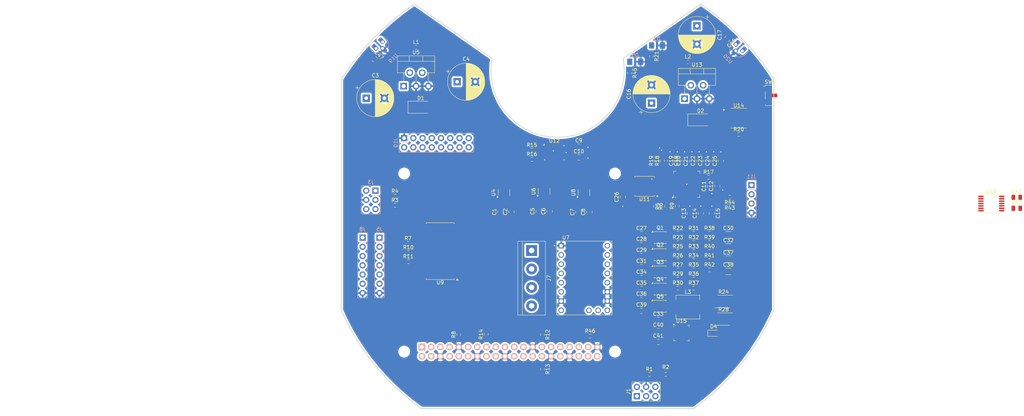
<source format=kicad_pcb>
(kicad_pcb
	(version 20240108)
	(generator "pcbnew")
	(generator_version "8.0")
	(general
		(thickness 1.6)
		(legacy_teardrops no)
	)
	(paper "A4")
	(layers
		(0 "F.Cu" signal)
		(1 "In1.Cu" signal)
		(2 "In2.Cu" signal)
		(31 "B.Cu" signal)
		(32 "B.Adhes" user "B.Adhesive")
		(33 "F.Adhes" user "F.Adhesive")
		(34 "B.Paste" user)
		(35 "F.Paste" user)
		(36 "B.SilkS" user "B.Silkscreen")
		(37 "F.SilkS" user "F.Silkscreen")
		(38 "B.Mask" user)
		(39 "F.Mask" user)
		(40 "Dwgs.User" user "User.Drawings")
		(41 "Cmts.User" user "User.Comments")
		(42 "Eco1.User" user "User.Eco1")
		(43 "Eco2.User" user "User.Eco2")
		(44 "Edge.Cuts" user)
		(45 "Margin" user)
		(46 "B.CrtYd" user "B.Courtyard")
		(47 "F.CrtYd" user "F.Courtyard")
		(48 "B.Fab" user)
		(49 "F.Fab" user)
		(50 "User.1" user)
		(51 "User.2" user)
		(52 "User.3" user)
		(53 "User.4" user)
		(54 "User.5" user)
		(55 "User.6" user)
		(56 "User.7" user)
		(57 "User.8" user)
		(58 "User.9" user)
	)
	(setup
		(stackup
			(layer "F.SilkS"
				(type "Top Silk Screen")
			)
			(layer "F.Paste"
				(type "Top Solder Paste")
			)
			(layer "F.Mask"
				(type "Top Solder Mask")
				(thickness 0.01)
			)
			(layer "F.Cu"
				(type "copper")
				(thickness 0.035)
			)
			(layer "dielectric 1"
				(type "prepreg")
				(thickness 0.1)
				(material "FR4")
				(epsilon_r 4.5)
				(loss_tangent 0.02)
			)
			(layer "In1.Cu"
				(type "copper")
				(thickness 0.035)
			)
			(layer "dielectric 2"
				(type "core")
				(thickness 1.24)
				(material "FR4")
				(epsilon_r 4.5)
				(loss_tangent 0.02)
			)
			(layer "In2.Cu"
				(type "copper")
				(thickness 0.035)
			)
			(layer "dielectric 3"
				(type "prepreg")
				(thickness 0.1)
				(material "FR4")
				(epsilon_r 4.5)
				(loss_tangent 0.02)
			)
			(layer "B.Cu"
				(type "copper")
				(thickness 0.035)
			)
			(layer "B.Mask"
				(type "Bottom Solder Mask")
				(thickness 0.01)
			)
			(layer "B.Paste"
				(type "Bottom Solder Paste")
			)
			(layer "B.SilkS"
				(type "Bottom Silk Screen")
			)
			(copper_finish "None")
			(dielectric_constraints no)
		)
		(pad_to_mask_clearance 0)
		(allow_soldermask_bridges_in_footprints no)
		(pcbplotparams
			(layerselection 0x00010fc_ffffffff)
			(plot_on_all_layers_selection 0x0000000_00000000)
			(disableapertmacros no)
			(usegerberextensions no)
			(usegerberattributes yes)
			(usegerberadvancedattributes yes)
			(creategerberjobfile yes)
			(dashed_line_dash_ratio 12.000000)
			(dashed_line_gap_ratio 3.000000)
			(svgprecision 4)
			(plotframeref no)
			(viasonmask no)
			(mode 1)
			(useauxorigin no)
			(hpglpennumber 1)
			(hpglpenspeed 20)
			(hpglpendiameter 15.000000)
			(pdf_front_fp_property_popups yes)
			(pdf_back_fp_property_popups yes)
			(dxfpolygonmode yes)
			(dxfimperialunits yes)
			(dxfusepcbnewfont yes)
			(psnegative no)
			(psa4output no)
			(plotreference yes)
			(plotvalue yes)
			(plotfptext yes)
			(plotinvisibletext no)
			(sketchpadsonfab no)
			(subtractmaskfromsilk no)
			(outputformat 1)
			(mirror no)
			(drillshape 1)
			(scaleselection 1)
			(outputdirectory "")
		)
	)
	(net 0 "")
	(net 1 "+5V")
	(net 2 "-BATT")
	(net 3 "Net-(M1-+)")
	(net 4 "VBUS")
	(net 5 "Net-(J5-Pin_2)")
	(net 6 "Net-(J8-Pin_2)")
	(net 7 "Net-(U12-CAP)")
	(net 8 "+3.3V")
	(net 9 "Net-(C11-Pad2)")
	(net 10 "Net-(U10-XIN)")
	(net 11 "Net-(U10-VREG_VOUT)")
	(net 12 "Net-(D1-K)")
	(net 13 "Net-(D2-K)")
	(net 14 "Bumper-F-R")
	(net 15 "US-Dist-Echo-Front")
	(net 16 "US-Dist-Trig-Front")
	(net 17 "Bumper-F-L")
	(net 18 "Bumper-B-R")
	(net 19 "US-Dist-Echo-Back")
	(net 20 "US-Dist-Trig-Back")
	(net 21 "Bumper-B-L")
	(net 22 "BottleDoor-UserButton-1")
	(net 23 "BottleDoor-Contact-1")
	(net 24 "BottleDoor-User-LED-1")
	(net 25 "BottleDoor-ServoPWM-1")
	(net 26 "Net-(J7-Pin_3)")
	(net 27 "Net-(J7-Pin_4)")
	(net 28 "Net-(J7-Pin_2)")
	(net 29 "Net-(J7-Pin_1)")
	(net 30 "BottleDoor-UserButton-2")
	(net 31 "BottleDoor-Contact-2")
	(net 32 "BottleDoor-User-LED-2")
	(net 33 "BottleDoor-ServoPWM-2")
	(net 34 "Net-(Q1-G)")
	(net 35 "Net-(Q2-D)")
	(net 36 "unconnected-(J10-Pin_9-Pad9)")
	(net 37 "Net-(U15-ACN)")
	(net 38 "unconnected-(J10-Pin_3-Pad3)")
	(net 39 "unconnected-(J10-Pin_8-Pad8)")
	(net 40 "unconnected-(J10-Pin_10-Pad10)")
	(net 41 "ChargeArm-PowerSwitch")
	(net 42 "unconnected-(U4-~{FLG}-Pad3)")
	(net 43 "unconnected-(U4-GND-Pad2)")
	(net 44 "unconnected-(U6-GND-Pad2)")
	(net 45 "BottleDoor-PowerSwitch-1")
	(net 46 "unconnected-(U6-~{FLG}-Pad3)")
	(net 47 "unconnected-(U8-GND-Pad2)")
	(net 48 "BottleDoor-PowerSwitch-2")
	(net 49 "unconnected-(U8-~{FLG}-Pad3)")
	(net 50 "unconnected-(U9-IO0_3-Pad7)")
	(net 51 "I2C-SCL")
	(net 52 "unconnected-(U9-IO1_0-Pad13)")
	(net 53 "Net-(U15-ACP)")
	(net 54 "unconnected-(U9-IO0_6-Pad10)")
	(net 55 "Net-(U1-GPIO22{slash}SDIO_CLK)")
	(net 56 "unconnected-(U9-IO0_7-Pad11)")
	(net 57 "Net-(U15-VCC)")
	(net 58 "I2C-SDA")
	(net 59 "Net-(Q3-D)")
	(net 60 "unconnected-(U10-GPIO22-Pad34)")
	(net 61 "Net-(U10-XOUT)")
	(net 62 "unconnected-(U10-GPIO18-Pad29)")
	(net 63 "unconnected-(U10-GPIO28_ADC2-Pad40)")
	(net 64 "Motor-SpreadChop")
	(net 65 "Net-(Q3-G)")
	(net 66 "TrackMagnetDetect1")
	(net 67 "Net-(U10-QSPI_SS)")
	(net 68 "TrackMagnetDetect2")
	(net 69 "Motor-EN")
	(net 70 "Net-(U10-USB_DM)")
	(net 71 "Net-(D4-A)")
	(net 72 "Motor-DIAG")
	(net 73 "unconnected-(U10-GPIO13-Pad16)")
	(net 74 "unconnected-(U10-GPIO17-Pad28)")
	(net 75 "unconnected-(U10-GPIO20-Pad31)")
	(net 76 "Net-(U10-QSPI_SD0)")
	(net 77 "unconnected-(U10-GPIO23-Pad35)")
	(net 78 "MotionC-RST")
	(net 79 "Net-(U10-QSPI_SD2)")
	(net 80 "Motor-1Wire-UART")
	(net 81 "unconnected-(U10-GPIO24-Pad36)")
	(net 82 "Net-(U10-QSPI_SD3)")
	(net 83 "Net-(U10-GPIO0)")
	(net 84 "Net-(U10-QSPI_SD1)")
	(net 85 "unconnected-(U10-GPIO19-Pad30)")
	(net 86 "Net-(U10-QSPI_SCLK)")
	(net 87 "Motor-Dir")
	(net 88 "Motor-IDX")
	(net 89 "Net-(U10-USB_DP)")
	(net 90 "unconnected-(U10-GPIO21-Pad32)")
	(net 91 "unconnected-(U10-SWCLK-Pad24)")
	(net 92 "Net-(D4-K)")
	(net 93 "unconnected-(U10-GPIO16-Pad27)")
	(net 94 "unconnected-(U10-SWD-Pad25)")
	(net 95 "Motor-Step")
	(net 96 "unconnected-(U10-GPIO29_ADC3-Pad41)")
	(net 97 "DrivePermission")
	(net 98 "Net-(Q5-D)")
	(net 99 "unconnected-(U12-PIN15-Pad15)")
	(net 100 "unconnected-(U12-PIN22-Pad22)")
	(net 101 "unconnected-(U12-PIN24-Pad24)")
	(net 102 "unconnected-(U12-BL_IND-Pad10)")
	(net 103 "unconnected-(U12-XIN32-Pad27)")
	(net 104 "Net-(U12-~{BOOT_LOAD_PIN})")
	(net 105 "unconnected-(U12-PIN23-Pad23)")
	(net 106 "Net-(U12-~{RESET})")
	(net 107 "unconnected-(U12-PIN12-Pad12)")
	(net 108 "unconnected-(U12-PIN7-Pad7)")
	(net 109 "unconnected-(U12-PIN1-Pad1)")
	(net 110 "unconnected-(U12-PIN13-Pad13)")
	(net 111 "IMU-INT")
	(net 112 "unconnected-(U12-PIN21-Pad21)")
	(net 113 "unconnected-(U12-PIN8-Pad8)")
	(net 114 "unconnected-(U12-XOUT32-Pad26)")
	(net 115 "unconnected-(U12-PIN16-Pad16)")
	(net 116 "Net-(U15-SRN)")
	(net 117 "PowerMonAlert")
	(net 118 "Net-(U15-SRP)")
	(net 119 "unconnected-(U14-NC-Pad13)")
	(net 120 "Net-(C37-Pad1)")
	(net 121 "Net-(C39-Pad2)")
	(net 122 "Net-(U15-TTC)")
	(net 123 "VCC")
	(net 124 "Net-(D3-A)")
	(net 125 "Net-(D5-A)")
	(net 126 "/DATA")
	(net 127 "unconnected-(J10-Pin_12-Pad12)")
	(net 128 "/RST")
	(net 129 "unconnected-(J10-Pin_11-Pad11)")
	(net 130 "/DC")
	(net 131 "unconnected-(J10-Pin_7-Pad7)")
	(net 132 "/CLK")
	(net 133 "unconnected-(J10-Pin_6-Pad6)")
	(net 134 "/CS")
	(net 135 "unconnected-(J10-Pin_13-Pad13)")
	(net 136 "USB_D-")
	(net 137 "USB_D+")
	(net 138 "unconnected-(J11-Pin_1-Pad1)")
	(net 139 "Net-(L3-Pad2)")
	(net 140 "+VDC")
	(net 141 "Net-(Q2-S-Pad1)")
	(net 142 "Net-(Q4-G)")
	(net 143 "Net-(Q5-G)")
	(net 144 "MotionC-BootOpt")
	(net 145 "Net-(U10-GPIO25)")
	(net 146 "Net-(U15-~{ACDRV})")
	(net 147 "Net-(U15-~{BATDRV})")
	(net 148 "ChargerStat1")
	(net 149 "ChargerStat2")
	(net 150 "ChargerStatPG")
	(net 151 "Net-(U15-ISET2)")
	(net 152 "Net-(U15-ISET1)")
	(net 153 "Net-(U15-ACSET)")
	(net 154 "Net-(R40-Pad2)")
	(net 155 "Net-(U15-TS)")
	(net 156 "I2C-SDA-MC")
	(net 157 "I2C-SCL-MC")
	(net 158 "Net-(U1-GPIO16{slash}SPI1_~{CE2})")
	(net 159 "Net-(SW6-A)")
	(net 160 "Net-(U14-VBUS)")
	(net 161 "unconnected-(U16-TEST-Pad7)")
	(net 162 "unconnected-(U16-TEST-Pad8)")
	(net 163 "unconnected-(U16-TEST-Pad10)")
	(net 164 "unconnected-(U16-TEST-Pad5)")
	(net 165 "unconnected-(U16-TEST-Pad6)")
	(net 166 "unconnected-(U16-TEST-Pad9)")
	(net 167 "unconnected-(U16-A1-Pad4)")
	(net 168 "unconnected-(U16-PWM-Pad14)")
	(net 169 "unconnected-(U16-A2-Pad3)")
	(net 170 "unconnected-(U1-SDA_I2C1{slash}GPIO02-Pad3)")
	(net 171 "unconnected-(U1-3V3-Pad1)")
	(net 172 "unconnected-(U1-~{CE1}_SPI0{slash}GPIO07-Pad26)")
	(net 173 "Net-(SW6-B)")
	(net 174 "unconnected-(U1-SCL_I2C1{slash}GPIO03-Pad5)")
	(net 175 "unconnected-(U1-GPIO15{slash}UART_RXD-Pad10)")
	(net 176 "ChargeArm-ServoPWM")
	(net 177 "unconnected-(U1-GPCLK2{slash}GPIO06-Pad31)")
	(net 178 "unconnected-(U1-MISO_SPI0{slash}GPIO09-Pad21)")
	(net 179 "unconnected-(U1-3V3-Pad1)_1")
	(net 180 "unconnected-(U7-PDN-Pad11)")
	(footprint "Package_TO_SOT_SMD:SOT-23-5_HandSoldering" (layer "F.Cu") (at 119.4 89 90))
	(footprint "Capacitor_SMD:C_0805_2012Metric" (layer "F.Cu") (at 109.95 94.15 90))
	(footprint "Resistor_SMD:R_0603_1608Metric_Pad0.98x0.95mm_HandSolder" (layer "F.Cu") (at 67.4125 89.99))
	(footprint "Capacitor_SMD:C_0805_2012Metric" (layer "F.Cu") (at 154.6 94.7125 -90))
	(footprint "Inductor_SMD:L_0603_1608Metric" (layer "F.Cu") (at 148 53))
	(footprint "Diode_SMD:D_SMA" (layer "F.Cu") (at 151.5 69))
	(footprint "Package_SO:SOIC-8_5.23x5.23mm_P1.27mm" (layer "F.Cu") (at 136.1 87.2625 180))
	(footprint "Capacitor_THT:CP_Radial_D10.0mm_P5.00mm" (layer "F.Cu") (at 59.5 63))
	(footprint "Resistor_SMD:R_0603_1608Metric_Pad0.98x0.95mm_HandSolder" (layer "F.Cu") (at 71.0875 108))
	(footprint "Capacitor_SMD:C_1206_3216Metric_Pad1.33x1.80mm_HandSolder" (layer "F.Cu") (at 159.13 100.63))
	(footprint "Package_TO_SOT_SMD:SOT-23-5_HandSoldering" (layer "F.Cu") (at 108.45 88.65 90))
	(footprint "Capacitor_SMD:C_0805_2012Metric" (layer "F.Cu") (at 118 76.3275))
	(footprint "Resistor_SMD:R_0603_1608Metric_Pad0.98x0.95mm_HandSolder" (layer "F.Cu") (at 153.95 105.23))
	(footprint "Resistor_SMD:R_0603_1608Metric_Pad0.98x0.95mm_HandSolder" (layer "F.Cu") (at 105.0875 77.3275))
	(footprint "Capacitor_SMD:C_0805_2012Metric" (layer "F.Cu") (at 135.23 106.48))
	(footprint "Package_SO:Vishay_PowerPAK_1212-8_Single" (layer "F.Cu") (at 140.37 115.55))
	(footprint "Capacitor_SMD:C_0805_2012Metric" (layer "F.Cu") (at 118 79.3375))
	(footprint "Package_DFN_QFN:VQFN-24-1EP_4x4mm_P0.5mm_EP2.45x2.45mm" (layer "F.Cu") (at 146.23 127.63))
	(footprint "Capacitor_SMD:C_0805_2012Metric" (layer "F.Cu") (at 117.9 94.35 90))
	(footprint "Inductor_SMD:L_0603_1608Metric" (layer "F.Cu") (at 73.2125 49))
	(footprint "Capacitor_SMD:C_0805_2012Metric" (layer "F.Cu") (at 61.828249 52.328249 -45))
	(footprint "Package_TO_SOT_THT:TO-220-5_P3.4x3.7mm_StaggerOdd_Lead3.8mm_Vertical" (layer "F.Cu") (at 147.1 63.15))
	(footprint "Capacitor_SMD:C_0805_2012Metric" (layer "F.Cu") (at 147.1 80.262501 90))
	(footprint "Capacitor_SMD:C_0805_2012Metric" (layer "F.Cu") (at 145.1 80.262501 90))
	(footprint "Package_TO_SOT_THT:TO-220-5_P3.4x3.7mm_StaggerOdd_Lead3.8mm_Vertical" (layer "F.Cu") (at 69.8 59.7))
	(footprint "Resistor_SMD:R_0603_1608Metric_Pad0.98x0.95mm_HandSolder" (layer "F.Cu") (at 145.25 112.76))
	(footprint "Capacitor_SMD:C_0805_2012Metric" (layer "F.Cu") (at 96.44 94.3 90))
	(footprint "Capacitor_SMD:C_0805_2012Metric" (layer "F.Cu") (at 156.1 87.2125 90))
	(footprint "Capacitor_SMD:C_0805_2012Metric" (layer "F.Cu") (at 157.1 80.262501 90))
	(footprint "Resistor_SMD:R_0603_1608Metric_Pad0.98x0.95mm_HandSolder"
		(layer "F.Cu")
		(uuid "407ada15-51f0-4d04-a6d3-fcc6d25c6d36")
		(at 159.5125 91.7625 180)
		(descr "Resistor SMD 0603 (1608 Metric), square (rectangular) end terminal, IPC_7351 nominal with elongated pad for handsoldering. (Body size source: IPC-SM-782 page 72, https://www.pcb-3d.com/wordpress/wp-content/uploads/ipc-sm-782a_amendment_1_and_2.pdf), generated with kicad-footprint-generator")
		(tags "resistor handsolder")
		(property "Reference" "R43"
			(at 0 -1.43 360)
			(layer "F.SilkS")
			(uuid "f0622580-303e-4b42-b0b8-cae0e4e707b4")
			(effects
				(font
					(size 1 1)
					(thickness 0.15)
				)
			)
		)
		(property "Value" "10k"
			(at 0 1.43 360)
			(layer "F.Fab")
			(uuid "42183d2d-7f26-42cf-803a-8ec2f389ff76")
			(effects
				(font
					(size 1 1)
					(thickness 0.15)
				)
			)
		)
		(property "Footprint" "Resistor_SMD:R_0603_1608Metric_Pad0.98x0.95mm_HandSolder"
			(at 0 0 180)
			(unlocked yes)
			(layer "F.Fab")
			(hide yes)
			(uuid "68b390d3-b5cf-4650-9159-bfff1a99ed2b")
			(effects
				(font
					(size 1.27 1.27)
					(thickness 0.15)
				)
			)
		)
		(property "Datasheet" ""
			(at 0 0 180)
			(unlocked yes)
			(layer "F.Fab")
			(hide yes)
			(uuid "ba0b2df9-b5e2-4a14-8182-7f10cbd1aee6")
			(effects
				(font
					(size 1.27 1.27)
					(thickness 0.15)
				)
			)
		)
		(property "Description" "Resistor"
			(at 0 0 180)
			(unlocked yes)
			(layer "F.Fab")
			(hide yes)
			(uuid "7e99d6c8-8c04-4a88-a21d-d8d982c99b1a")
			(effects
				(font
					(size 1.27 1.27)
					(t
... [932937 chars truncated]
</source>
